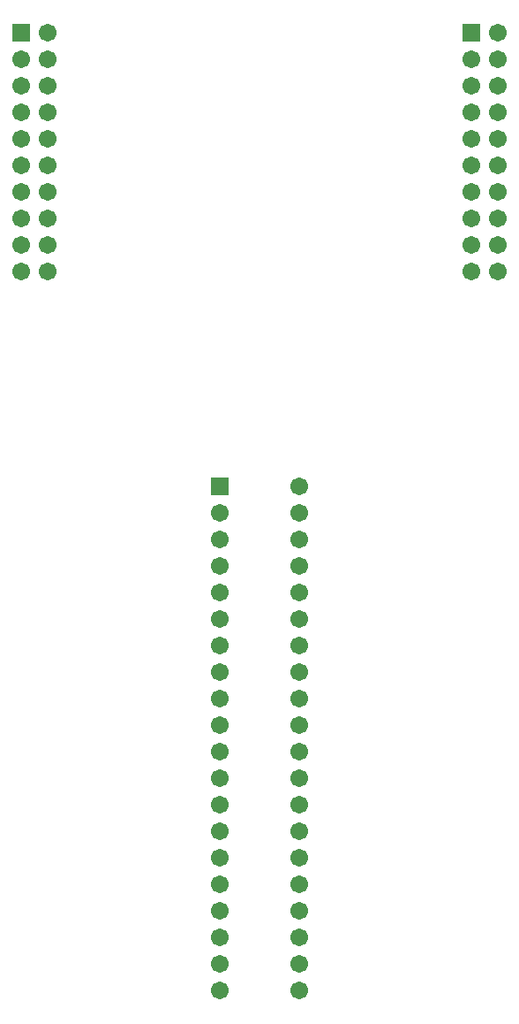
<source format=gbs>
G04 Layer_Color=16711935*
%FSLAX25Y25*%
%MOIN*%
G70*
G01*
G75*
%ADD14C,0.06706*%
%ADD15R,0.06706X0.06706*%
D14*
X190000Y339500D02*
D03*
X180000D02*
D03*
X190000Y349500D02*
D03*
X180000D02*
D03*
X190000Y359500D02*
D03*
X180000D02*
D03*
X190000Y369500D02*
D03*
X180000D02*
D03*
X190000Y379500D02*
D03*
X180000D02*
D03*
X190000Y389500D02*
D03*
X180000D02*
D03*
X190000Y399500D02*
D03*
X180000D02*
D03*
X190000Y409500D02*
D03*
X180000Y409500D02*
D03*
X190000Y419500D02*
D03*
X180000D02*
D03*
X190000Y429500D02*
D03*
X20000Y339500D02*
D03*
X10000Y339500D02*
D03*
X20000Y349500D02*
D03*
X10000Y349500D02*
D03*
X20000Y359500D02*
D03*
X10000Y359500D02*
D03*
X20000Y369500D02*
D03*
X10000Y369500D02*
D03*
X20000Y379500D02*
D03*
X10000D02*
D03*
X20000Y389500D02*
D03*
X10000Y389500D02*
D03*
X20000Y399500D02*
D03*
X10000D02*
D03*
X20000Y409500D02*
D03*
X10000Y409500D02*
D03*
X20000Y419500D02*
D03*
X10000D02*
D03*
X20000Y429500D02*
D03*
X115000Y258500D02*
D03*
X85000Y248500D02*
D03*
X115000D02*
D03*
X85000Y238500D02*
D03*
X115000D02*
D03*
X85000Y228500D02*
D03*
X115000D02*
D03*
X85000Y218500D02*
D03*
X115000D02*
D03*
X85000Y208500D02*
D03*
X115000D02*
D03*
X85000Y198500D02*
D03*
X115000D02*
D03*
X85000Y188500D02*
D03*
X115000D02*
D03*
X85000Y178500D02*
D03*
X115000D02*
D03*
X85000Y168500D02*
D03*
X115000D02*
D03*
X85000Y158500D02*
D03*
X115000D02*
D03*
X85000Y148500D02*
D03*
X115000D02*
D03*
X85000Y138500D02*
D03*
X115000D02*
D03*
X85000Y128500D02*
D03*
X115000D02*
D03*
X85000Y118500D02*
D03*
X115000D02*
D03*
X85000Y108500D02*
D03*
X115000D02*
D03*
X85000Y98500D02*
D03*
X115000D02*
D03*
X85000Y88500D02*
D03*
X115000D02*
D03*
X85000Y78500D02*
D03*
X115000D02*
D03*
X85000Y68500D02*
D03*
X115000D02*
D03*
D15*
X180000Y429500D02*
D03*
X10000D02*
D03*
X85000Y258500D02*
D03*
M02*

</source>
